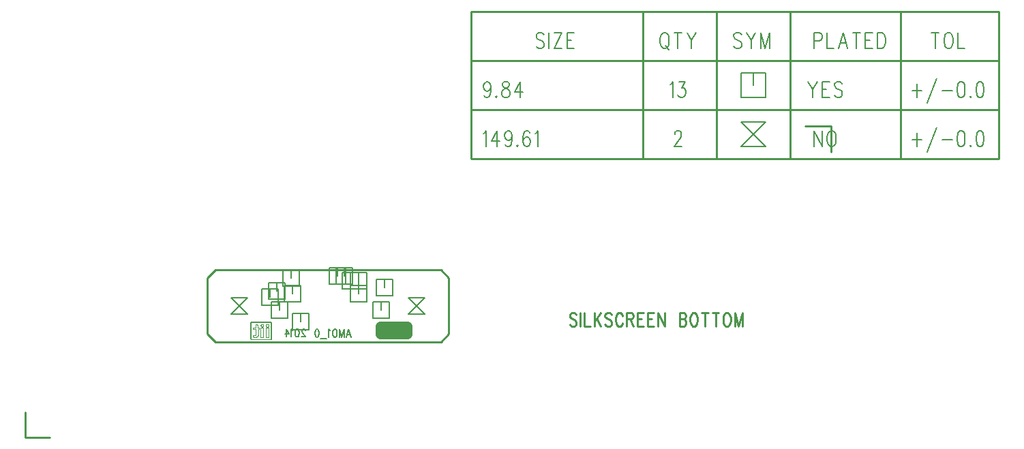
<source format=gbr>
*
*
G04 PADS 9.5 Build Number: 522968 generated Gerber (RS-274-X) file*
G04 PC Version=2.1*
*
%IN "AMO1.pcb"*%
*
%MOIN*%
*
%FSLAX35Y35*%
*
*
*
*
G04 PC Standard Apertures*
*
*
G04 Thermal Relief Aperture macro.*
%AMTER*
1,1,$1,0,0*
1,0,$1-$2,0,0*
21,0,$3,$4,0,0,45*
21,0,$3,$4,0,0,135*
%
*
*
G04 Annular Aperture macro.*
%AMANN*
1,1,$1,0,0*
1,0,$2,0,0*
%
*
*
G04 Odd Aperture macro.*
%AMODD*
1,1,$1,0,0*
1,0,$1-0.005,0,0*
%
*
*
G04 PC Custom Aperture Macros*
*
*
*
*
*
*
G04 PC Aperture Table*
*
%ADD011C,0.01*%
%ADD015C,0.00591*%
%ADD016C,0.008*%
%ADD033C,0.001*%
%ADD085C,0.00472*%
%ADD086C,0.05118*%
*
*
*
*
G04 PC Circuitry*
G04 Layer Name AMO1.pcb - circuitry*
%LPD*%
*
*
G04 PC Custom Flashes*
G04 Layer Name AMO1.pcb - flashes*
%LPD*%
*
*
G04 PC Circuitry*
G04 Layer Name AMO1.pcb - circuitry*
%LPD*%
*
G54D11*
G01X1844595Y1635317D02*
X1844141Y1635942D01*
X1843459Y1636255*
X1842550*
X1841868Y1635942*
X1841413Y1635317*
Y1634692*
X1841641Y1634067*
X1841868Y1633755*
X1842322Y1633442*
X1843686Y1632817*
X1844141Y1632505*
X1844368Y1632192*
X1844595Y1631567*
Y1630630*
X1844141Y1630005*
X1843459Y1629692*
X1842550*
X1841868Y1630005*
X1841413Y1630630*
X1846641Y1636255D02*
Y1629692D01*
X1848686Y1636255D02*
Y1629692D01*
X1851413*
X1853459Y1636255D02*
Y1629692D01*
X1856641Y1636255D02*
X1853459Y1631880D01*
X1854595Y1633442D02*
X1856641Y1629692D01*
X1861868Y1635317D02*
X1861413Y1635942D01*
X1860732Y1636255*
X1859822*
X1859141Y1635942*
X1858686Y1635317*
Y1634692*
X1858913Y1634067*
X1859141Y1633755*
X1859595Y1633442*
X1860959Y1632817*
X1861413Y1632505*
X1861641Y1632192*
X1861868Y1631567*
Y1630630*
X1861413Y1630005*
X1860732Y1629692*
X1859822*
X1859141Y1630005*
X1858686Y1630630*
X1867322Y1634692D02*
X1867095Y1635317D01*
X1866641Y1635942*
X1866186Y1636255*
X1865277*
X1864822Y1635942*
X1864368Y1635317*
X1864141Y1634692*
X1863913Y1633755*
Y1632192*
X1864141Y1631255*
X1864368Y1630630*
X1864822Y1630005*
X1865277Y1629692*
X1866186*
X1866641Y1630005*
X1867095Y1630630*
X1867322Y1631255*
X1869368Y1636255D02*
Y1629692D01*
Y1636255D02*
X1871413D01*
X1872095Y1635942*
X1872322Y1635630*
X1872550Y1635005*
Y1634380*
X1872322Y1633755*
X1872095Y1633442*
X1871413Y1633130*
X1869368*
X1870959D02*
X1872550Y1629692D01*
X1874595Y1636255D02*
Y1629692D01*
Y1636255D02*
X1877550D01*
X1874595Y1633130D02*
X1876413D01*
X1874595Y1629692D02*
X1877550D01*
X1879595Y1636255D02*
Y1629692D01*
Y1636255D02*
X1882550D01*
X1879595Y1633130D02*
X1881413D01*
X1879595Y1629692D02*
X1882550D01*
X1884595Y1636255D02*
Y1629692D01*
Y1636255D02*
X1887777Y1629692D01*
Y1636255D02*
Y1629692D01*
X1895050Y1636255D02*
Y1629692D01*
Y1636255D02*
X1897095D01*
X1897777Y1635942*
X1898004Y1635630*
X1898232Y1635005*
Y1634380*
X1898004Y1633755*
X1897777Y1633442*
X1897095Y1633130*
X1895050D02*
X1897095D01*
X1897777Y1632817*
X1898004Y1632505*
X1898232Y1631880*
Y1630942*
X1898004Y1630317*
X1897777Y1630005*
X1897095Y1629692*
X1895050*
X1901641Y1636255D02*
X1901186Y1635942D01*
X1900732Y1635317*
X1900504Y1634692*
X1900277Y1633755*
Y1632192*
X1900504Y1631255*
X1900732Y1630630*
X1901186Y1630005*
X1901641Y1629692*
X1902550*
X1903004Y1630005*
X1903459Y1630630*
X1903686Y1631255*
X1903913Y1632192*
Y1633755*
X1903686Y1634692*
X1903459Y1635317*
X1903004Y1635942*
X1902550Y1636255*
X1901641*
X1907550D02*
Y1629692D01*
X1905959Y1636255D02*
X1909141D01*
X1912777D02*
Y1629692D01*
X1911186Y1636255D02*
X1914368D01*
X1917777D02*
X1917322Y1635942D01*
X1916868Y1635317*
X1916641Y1634692*
X1916413Y1633755*
Y1632192*
X1916641Y1631255*
X1916868Y1630630*
X1917322Y1630005*
X1917777Y1629692*
X1918686*
X1919141Y1630005*
X1919595Y1630630*
X1919822Y1631255*
X1920050Y1632192*
Y1633755*
X1919822Y1634692*
X1919595Y1635317*
X1919141Y1635942*
X1918686Y1636255*
X1917777*
X1922095D02*
Y1629692D01*
Y1636255D02*
X1923913Y1629692D01*
X1925732Y1636255D02*
X1923913Y1629692D01*
X1925732Y1636255D02*
Y1629692D01*
X1778421Y1657251D02*
X1668185D01*
X1664248Y1653314*
Y1625755*
X1668185Y1621818*
X1778421*
X1782358Y1625755*
Y1653314*
X1778421Y1657251*
X1575303Y1587703D02*
Y1575303D01*
X1587303*
X1956603Y1727503D02*
X1969203D01*
Y1714903*
X1793303Y1783503D02*
X2051303D01*
X1793303Y1759503D02*
X2051303D01*
X1793303Y1735503D02*
X2051303D01*
X1793303Y1711503D02*
X2051303D01*
X1793303Y1783503D02*
Y1711503D01*
X1877303Y1783503D02*
Y1711503D01*
X1913303Y1783503D02*
Y1711503D01*
X1949303Y1783503D02*
Y1711503D01*
X2003303Y1783503D02*
Y1711503D01*
X2051303Y1783503D02*
Y1711503D01*
G54D15*
X1733329Y1628179D02*
X1734403Y1624303D01*
X1733329Y1628179D02*
X1732256Y1624303D01*
X1734001Y1625595D02*
X1732658D01*
X1731048Y1628179D02*
Y1624303D01*
Y1628179D02*
X1729974Y1624303D01*
X1728900Y1628179D02*
X1729974Y1624303D01*
X1728900Y1628179D02*
Y1624303D01*
X1726887Y1628179D02*
X1727155Y1627994D01*
X1727424Y1627625*
X1727558Y1627256*
X1727692Y1626702*
Y1625780*
X1727558Y1625226*
X1727424Y1624857*
X1727155Y1624488*
X1726887Y1624303*
X1726350*
X1726082Y1624488*
X1725813Y1624857*
X1725679Y1625226*
X1725545Y1625780*
Y1626702*
X1725679Y1627256*
X1725813Y1627625*
X1726082Y1627994*
X1726350Y1628179*
X1726887*
X1724337Y1627440D02*
X1724069Y1627625D01*
X1723666Y1628179*
Y1624303*
X1722458Y1623565D02*
X1719639D01*
X1718029Y1628179D02*
X1718431Y1627994D01*
X1718700Y1627440*
X1718834Y1626518*
Y1625964*
X1718700Y1625041*
X1718431Y1624488*
X1718029Y1624303*
X1717760*
X1717358Y1624488*
X1717089Y1625041*
X1716955Y1625964*
Y1626518*
X1717089Y1627440*
X1717358Y1627994*
X1717760Y1628179*
X1718029*
X1712069Y1627456D02*
Y1627640D01*
X1711935Y1628010*
X1711801Y1628194*
X1711801D02*
X1711532Y1628379D01*
X1710995*
X1710727Y1628194*
X1710593Y1628010*
X1710458Y1627640*
Y1627271*
X1710593Y1626902*
X1710861Y1626349*
X1712203Y1624503*
X1710324*
X1708311Y1628379D02*
X1708714Y1628194D01*
X1708982Y1627640*
X1709116Y1626718*
Y1626164*
X1708982Y1625241*
X1708714Y1624688*
X1708311Y1624503*
X1708042*
X1707640Y1624688*
X1707371Y1625241*
X1707237Y1626164*
Y1626718*
X1707371Y1627640*
X1707640Y1628194*
X1708042Y1628379*
X1708311*
X1706029Y1627640D02*
X1705761Y1627825D01*
X1705358Y1628379*
Y1624503*
X1702808Y1628379D02*
X1704150Y1625795D01*
X1702137*
X1702808Y1628379D02*
Y1624503D01*
G54D16*
X1675996Y1635535D02*
X1683996D01*
X1675996Y1643535*
X1683996*
X1675996Y1635535*
X1762610D02*
X1770610D01*
X1762610Y1643535*
X1770610*
X1762610Y1635535*
X1695681Y1633566D02*
X1703681D01*
Y1641566*
X1695681*
Y1633566*
X1699681Y1637566D02*
Y1641566D01*
X1705917Y1628054D02*
X1713917D01*
Y1636054*
X1705917*
Y1628054*
X1709917Y1632054D02*
Y1636054D01*
X1745287Y1633566D02*
X1753287D01*
Y1641566*
X1745287*
Y1633566*
X1749287Y1637566D02*
Y1641566D01*
X1694106Y1643015D02*
X1702106D01*
Y1651015*
X1694106*
Y1643015*
X1698106Y1647015D02*
Y1651015D01*
X1690957Y1639865D02*
X1698957D01*
Y1647865*
X1690957*
Y1639865*
X1694957Y1643865D02*
Y1647865D01*
X1701980Y1641440D02*
X1709980D01*
Y1649440*
X1701980*
Y1641440*
X1705980Y1645440D02*
Y1649440D01*
X1734264Y1641440D02*
X1742264D01*
Y1649440*
X1734264*
Y1641440*
X1738264Y1645440D02*
Y1649440D01*
X1746862Y1644590D02*
X1754862D01*
Y1652590*
X1746862*
Y1644590*
X1750862Y1648590D02*
Y1652590D01*
X1701193Y1649314D02*
X1709193D01*
Y1657314*
X1701193*
Y1649314*
X1705193Y1653314D02*
Y1657314D01*
X1724028Y1650102D02*
X1732028D01*
Y1658102*
X1724028*
Y1650102*
X1728028Y1654102D02*
Y1658102D01*
X1734264Y1647739D02*
X1742264D01*
Y1655739*
X1734264*
Y1647739*
X1738264Y1651739D02*
Y1655739D01*
X1730327Y1647739D02*
X1738327D01*
Y1655739*
X1730327*
Y1647739*
X1734327Y1651739D02*
Y1655739D01*
X1727177Y1650102D02*
X1735177D01*
Y1658102*
X1727177*
Y1650102*
X1731177Y1654102D02*
Y1658102D01*
X1828903Y1772253D02*
X1828358Y1773003D01*
X1827540Y1773378*
X1826449*
X1825630Y1773003*
X1825085Y1772253*
Y1771503*
X1825358Y1770753*
X1825630Y1770378*
X1826176Y1770003*
X1827812Y1769253*
X1828358Y1768878*
X1828630Y1768503*
X1828903Y1767753*
Y1766628*
X1828358Y1765878*
X1827540Y1765503*
X1826449*
X1825630Y1765878*
X1825085Y1766628*
X1831358Y1773378D02*
Y1765503D01*
X1837630Y1773378D02*
X1833812Y1765503D01*
Y1773378D02*
X1837630D01*
X1833812Y1765503D02*
X1837630D01*
X1840085Y1773378D02*
Y1765503D01*
Y1773378D02*
X1843630D01*
X1840085Y1769628D02*
X1842267D01*
X1840085Y1765503D02*
X1843630D01*
X1887267Y1773378D02*
X1886721Y1773003D01*
X1886176Y1772253*
X1885903Y1771503*
X1885630Y1770378*
Y1768503*
X1885903Y1767378*
X1886176Y1766628*
X1886721Y1765878*
X1887267Y1765503*
X1888358*
X1888903Y1765878*
X1889449Y1766628*
X1889721Y1767378*
X1889994Y1768503*
Y1770378*
X1889721Y1771503*
X1889449Y1772253*
X1888903Y1773003*
X1888358Y1773378*
X1887267*
X1888085Y1767003D02*
X1889721Y1764753D01*
X1894358Y1773378D02*
Y1765503D01*
X1892449Y1773378D02*
X1896267D01*
X1898721D02*
X1900903Y1769628D01*
Y1765503*
X1903085Y1773378D02*
X1900903Y1769628D01*
X1925449Y1772253D02*
X1924903Y1773003D01*
X1924085Y1773378*
X1922994*
X1922176Y1773003*
X1921630Y1772253*
Y1771503*
X1921903Y1770753*
X1922176Y1770378*
X1922721Y1770003*
X1924358Y1769253*
X1924903Y1768878*
X1925176Y1768503*
X1925449Y1767753*
Y1766628*
X1924903Y1765878*
X1924085Y1765503*
X1922994*
X1922176Y1765878*
X1921630Y1766628*
X1927903Y1773378D02*
X1930085Y1769628D01*
Y1765503*
X1932267Y1773378D02*
X1930085Y1769628D01*
X1934721Y1773378D02*
Y1765503D01*
Y1773378D02*
X1936903Y1765503D01*
X1939085Y1773378D02*
X1936903Y1765503D01*
X1939085Y1773378D02*
Y1765503D01*
X1960903Y1773378D02*
Y1765503D01*
Y1773378D02*
X1963358D01*
X1964176Y1773003*
X1964449Y1772628*
X1964721Y1771878*
Y1770753*
X1964449Y1770003*
X1964176Y1769628*
X1963358Y1769253*
X1960903*
X1967176Y1773378D02*
Y1765503D01*
X1970449*
X1975085Y1773378D02*
X1972903Y1765503D01*
X1975085Y1773378D02*
X1977267Y1765503D01*
X1973721Y1768128D02*
X1976449D01*
X1981630Y1773378D02*
Y1765503D01*
X1979721Y1773378D02*
X1983540D01*
X1985994D02*
Y1765503D01*
Y1773378D02*
X1989540D01*
X1985994Y1769628D02*
X1988176D01*
X1985994Y1765503D02*
X1989540D01*
X1991994Y1773378D02*
Y1765503D01*
Y1773378D02*
X1993903D01*
X1994721Y1773003*
X1995267Y1772253*
X1995540Y1771503*
X1995812Y1770378*
Y1768503*
X1995540Y1767378*
X1995267Y1766628*
X1994721Y1765878*
X1993903Y1765503*
X1991994*
X2020085Y1773378D02*
Y1765503D01*
X2018176Y1773378D02*
X2021994D01*
X2026085D02*
X2025540Y1773003D01*
X2024994Y1772253*
X2024721Y1771503*
X2024449Y1770378*
Y1768503*
X2024721Y1767378*
X2024994Y1766628*
X2025540Y1765878*
X2026085Y1765503*
X2027176*
X2027721Y1765878*
X2028267Y1766628*
X2028540Y1767378*
X2028812Y1768503*
Y1770378*
X2028540Y1771503*
X2028267Y1772253*
X2027721Y1773003*
X2027176Y1773378*
X2026085*
X2031267D02*
Y1765503D01*
X2034540*
X1802849Y1746753D02*
X1802576Y1745628D01*
X1802030Y1744878*
X1801212Y1744503*
X1800940*
X1800121Y1744878*
X1799576Y1745628*
X1799303Y1746753*
Y1747128*
X1799576Y1748253*
X1800121Y1749003*
X1800940Y1749378*
X1801212*
X1802030Y1749003*
X1802576Y1748253*
X1802849Y1746753*
Y1744878*
X1802576Y1743003*
X1802030Y1741878*
X1801212Y1741503*
X1800667*
X1799849Y1741878*
X1799576Y1742628*
X1805576Y1742253D02*
X1805303Y1741878D01*
X1805576Y1741503*
X1805849Y1741878*
X1805576Y1742253*
X1809667Y1749378D02*
X1808849Y1749003D01*
X1808576Y1748253*
Y1747503*
X1808849Y1746753*
X1809394Y1746378*
X1810485Y1746003*
X1811303Y1745628*
X1811849Y1744878*
X1812121Y1744128*
Y1743003*
X1811849Y1742253*
X1811576Y1741878*
X1810758Y1741503*
X1809667*
X1808849Y1741878*
X1808576Y1742253*
X1808303Y1743003*
Y1744128*
X1808576Y1744878*
X1809121Y1745628*
X1809940Y1746003*
X1811030Y1746378*
X1811576Y1746753*
X1811849Y1747503*
Y1748253*
X1811576Y1749003*
X1810758Y1749378*
X1809667*
X1817303D02*
X1814576Y1744128D01*
X1818667*
X1817303Y1749378D02*
Y1741503D01*
X1890540Y1747878D02*
X1891085Y1748253D01*
X1891903Y1749378*
Y1741503*
X1894903Y1749378D02*
X1897903D01*
X1896267Y1746378*
X1897085*
X1897630Y1746003*
X1897903Y1745628*
X1898176Y1744503*
Y1743753*
X1897903Y1742628*
X1897358Y1741878*
X1896540Y1741503*
X1895721*
X1894903Y1741878*
X1894630Y1742253*
X1894358Y1743003*
X1925303Y1741503D02*
X1937303D01*
Y1753503*
X1925303*
Y1741503*
X1931303Y1747503D02*
Y1753503D01*
X1958040Y1749378D02*
X1960221Y1745628D01*
Y1741503*
X1962403Y1749378D02*
X1960221Y1745628D01*
X1964858Y1749378D02*
Y1741503D01*
Y1749378D02*
X1968403D01*
X1964858Y1745628D02*
X1967040D01*
X1964858Y1741503D02*
X1968403D01*
X1974676Y1748253D02*
X1974130Y1749003D01*
X1973312Y1749378*
X1972221*
X1971403Y1749003*
X1970858Y1748253*
Y1747503*
X1971130Y1746753*
X1971403Y1746378*
X1971949Y1746003*
X1973585Y1745253*
X1974130Y1744878*
X1974403Y1744503*
X1974676Y1743753*
Y1742628*
X1974130Y1741878*
X1973312Y1741503*
X1972221*
X1971403Y1741878*
X1970858Y1742628*
X2011221Y1748253D02*
Y1741503D01*
X2008767Y1744878D02*
X2013676D01*
X2021040Y1750878D02*
X2016130Y1738878D01*
X2023494Y1744878D02*
X2028403D01*
X2032494Y1749378D02*
X2031676Y1749003D01*
X2031130Y1747878*
X2030858Y1746003*
Y1744878*
X2031130Y1743003*
X2031676Y1741878*
X2032494Y1741503*
X2033040*
X2033858Y1741878*
X2034403Y1743003*
X2034676Y1744878*
Y1746003*
X2034403Y1747878*
X2033858Y1749003*
X2033040Y1749378*
X2032494*
X2037403Y1742253D02*
X2037130Y1741878D01*
X2037403Y1741503*
X2037676Y1741878*
X2037403Y1742253*
X2041767Y1749378D02*
X2040949Y1749003D01*
X2040403Y1747878*
X2040130Y1746003*
Y1744878*
X2040403Y1743003*
X2040949Y1741878*
X2041767Y1741503*
X2042312*
X2043130Y1741878*
X2043676Y1743003*
X2043949Y1744878*
Y1746003*
X2043676Y1747878*
X2043130Y1749003*
X2042312Y1749378*
X2041767*
X1799303Y1723878D02*
X1799849Y1724253D01*
X1800667Y1725378*
Y1717503*
X1805849Y1725378D02*
X1803121Y1720128D01*
X1807212*
X1805849Y1725378D02*
Y1717503D01*
X1813212Y1722753D02*
X1812940Y1721628D01*
X1812394Y1720878*
X1811576Y1720503*
X1811303*
X1810485Y1720878*
X1809940Y1721628*
X1809667Y1722753*
Y1723128*
X1809940Y1724253*
X1810485Y1725003*
X1811303Y1725378*
X1811576*
X1812394Y1725003*
X1812940Y1724253*
X1813212Y1722753*
Y1720878*
X1812940Y1719003*
X1812394Y1717878*
X1811576Y1717503*
X1811030*
X1810212Y1717878*
X1809940Y1718628*
X1815940Y1718253D02*
X1815667Y1717878D01*
X1815940Y1717503*
X1816212Y1717878*
X1815940Y1718253*
X1821940Y1724253D02*
X1821667Y1725003D01*
X1820849Y1725378*
X1820303*
X1819485Y1725003*
X1818940Y1723878*
X1818667Y1722003*
Y1720128*
X1818940Y1718628*
X1819485Y1717878*
X1820303Y1717503*
X1820576*
X1821394Y1717878*
X1821940Y1718628*
X1822212Y1719753*
Y1720128*
X1821940Y1721253*
X1821394Y1722003*
X1820576Y1722378*
X1820303*
X1819485Y1722003*
X1818940Y1721253*
X1818667Y1720128*
X1824667Y1723878D02*
X1825212Y1724253D01*
X1826030Y1725378*
Y1717503*
X1892721Y1723503D02*
Y1723878D01*
X1892994Y1724628*
X1893267Y1725003*
X1893812Y1725378*
X1894903*
X1895449Y1725003*
X1895721Y1724628*
X1895994Y1723878*
Y1723128*
X1895721Y1722378*
X1895176Y1721253*
X1892449Y1717503*
X1896267*
X1925303D02*
X1937303D01*
X1925303Y1729503*
X1937303*
X1925303Y1717503*
X1961040Y1725378D02*
Y1717503D01*
Y1725378D02*
X1964858Y1717503D01*
Y1725378D02*
Y1717503D01*
X1968949Y1725378D02*
X1968403Y1725003D01*
X1967858Y1724253*
X1967585Y1723503*
X1967312Y1722378*
Y1720503*
X1967585Y1719378*
X1967858Y1718628*
X1968403Y1717878*
X1968949Y1717503*
X1970040*
X1970585Y1717878*
X1971130Y1718628*
X1971403Y1719378*
X1971676Y1720503*
Y1722378*
X1971403Y1723503*
X1971130Y1724253*
X1970585Y1725003*
X1970040Y1725378*
X1968949*
X2011221Y1724253D02*
Y1717503D01*
X2008767Y1720878D02*
X2013676D01*
X2021040Y1726878D02*
X2016130Y1714878D01*
X2023494Y1720878D02*
X2028403D01*
X2032494Y1725378D02*
X2031676Y1725003D01*
X2031130Y1723878*
X2030858Y1722003*
Y1720878*
X2031130Y1719003*
X2031676Y1717878*
X2032494Y1717503*
X2033040*
X2033858Y1717878*
X2034403Y1719003*
X2034676Y1720878*
Y1722003*
X2034403Y1723878*
X2033858Y1725003*
X2033040Y1725378*
X2032494*
X2037403Y1718253D02*
X2037130Y1717878D01*
X2037403Y1717503*
X2037676Y1717878*
X2037403Y1718253*
X2041767Y1725378D02*
X2040949Y1725003D01*
X2040403Y1723878*
X2040130Y1722003*
Y1720878*
X2040403Y1719003*
X2040949Y1717878*
X2041767Y1717503*
X2042312*
X2043130Y1717878*
X2043676Y1719003*
X2043949Y1720878*
Y1722003*
X2043676Y1723878*
X2043130Y1725003*
X2042312Y1725378*
X2041767*
G54D33*
G54D85*
X1685803Y1631803D02*
Y1631793D01*
X1685762*
Y1631784*
X1685715*
Y1631775*
X1685677*
Y1631765*
X1685649*
Y1631756*
X1685630*
Y1631746*
X1685602*
Y1631737*
X1685583*
Y1631728*
X1685565*
Y1631718*
X1685546*
Y1631709*
X1685536*
Y1631699*
X1685517*
Y1631690*
X1685499*
Y1631681*
X1685489*
Y1631671*
X1685480*
Y1631662*
X1685461*
Y1631652*
X1685452*
Y1631643*
X1685442*
Y1631633*
X1685433*
Y1631624*
X1685423*
Y1631615*
X1685414*
Y1631605*
X1685405*
Y1631596*
X1685395*
Y1631586*
X1685386*
Y1631577*
X1685376*
Y1631568*
X1685367*
Y1631549*
X1685358*
Y1631539*
X1685348*
Y1631521*
X1685339*
Y1631511*
X1685329*
Y1631492*
X1685320*
Y1631474*
X1685311*
Y1631455*
X1685301*
Y1631436*
X1685292*
Y1631408*
X1685282*
Y1631380*
X1685282D02*
X1685273D01*
X1685273D02*
Y1631342D01*
X1685264*
Y1623704*
X1685273*
Y1623666*
X1685282*
Y1623638*
X1685292*
Y1623609*
X1685301*
Y1623591*
X1685311*
Y1623572*
X1685320*
Y1623553*
X1685329*
Y1623534*
X1685339*
Y1623525*
X1685348*
Y1623506*
X1685358*
Y1623497*
X1685367*
Y1623478*
X1685376*
Y1623468*
X1685386*
Y1623459*
X1685395*
Y1623450*
X1685405*
Y1623440*
X1685414*
Y1623431*
X1685423*
Y1623421*
X1685433*
Y1623412*
X1685442*
Y1623403*
X1685452*
Y1623393*
X1685461*
Y1623384*
X1685480*
Y1623374*
X1685489*
Y1623365*
X1685499*
Y1623355*
X1685517*
Y1623346*
X1685536*
Y1623337*
X1685546*
Y1623327*
X1685565*
Y1623318*
X1685583*
Y1623308*
X1685602*
Y1623299*
X1685630*
Y1623290*
X1685649*
Y1623280*
X1685687*
Y1623271*
X1685771*
Y1623261*
X1695489*
Y1631332*
X1695479*
Y1631380*
X1695479D02*
X1695470D01*
X1695470D02*
Y1631408D01*
X1695461*
Y1631436*
X1695451*
Y1631455*
X1695442*
Y1631474*
X1695432*
Y1631492*
X1695423*
Y1631511*
X1695413*
Y1631521*
X1695404*
Y1631539*
X1695395*
Y1631549*
X1695385*
Y1631558*
X1695376*
Y1631577*
X1695366*
Y1631586*
X1695357*
Y1631596*
X1695348*
Y1631605*
X1695338*
Y1631615*
X1695329*
Y1631624*
X1695319*
Y1631633*
X1695310*
Y1631643*
X1695301*
Y1631652*
X1695291*
Y1631662*
X1695272*
Y1631671*
X1695263*
Y1631681*
X1695244*
Y1631690*
X1695235*
Y1631699*
X1695216*
Y1631709*
X1695207*
Y1631718*
X1695188*
Y1631728*
X1695169*
Y1631737*
X1695150*
Y1631746*
X1695122*
Y1631756*
X1695103*
Y1631765*
X1695065*
Y1631775*
X1695037*
Y1631784*
X1694990*
Y1631793*
X1694950*
Y1631803*
X1685803*
X1685800Y1631671D02*
X1694953D01*
Y1631662*
X1695000*
Y1631652*
X1695037*
Y1631643*
X1695065*
Y1631633*
X1695084*
Y1631624*
X1695112*
Y1631615*
X1695122*
Y1631605*
X1695141*
Y1631596*
X1695159*
Y1631586*
X1695169*
Y1631577*
X1695188*
Y1631568*
X1695197*
Y1631558*
X1695207*
Y1631549*
X1695225*
Y1631539*
X1695235*
Y1631530*
X1695244*
Y1631521*
X1695254*
Y1631511*
X1695263*
Y1631502*
X1695272*
Y1631483*
X1695282*
Y1631474*
X1695291*
Y1631464*
X1695301*
Y1631445*
X1695310*
Y1631436*
X1695319*
Y1631417*
X1695329*
Y1631398*
X1695338*
Y1631370*
X1695348*
Y1631342*
X1695357*
Y1631304*
X1695366*
Y1623374*
X1685800*
Y1623384*
X1685753*
Y1623393*
X1685715*
Y1623403*
X1685687*
Y1623412*
X1685668*
Y1623421*
X1685640*
Y1623431*
X1685621*
Y1623440*
X1685612*
Y1623450*
X1685593*
Y1623459*
X1685574*
Y1623468*
X1685565*
Y1623478*
X1685555*
Y1623487*
X1685536*
Y1623497*
X1685527*
Y1623506*
X1685517*
Y1623515*
X1685508*
Y1623525*
X1685499*
Y1623534*
X1685489*
Y1623544*
X1685480*
Y1623562*
X1685470*
Y1623572*
X1685461*
Y1623581*
X1685452*
Y1623600*
X1685442*
Y1623609*
X1685433*
Y1623628*
X1685423*
Y1623647*
X1685414*
Y1623675*
X1685405*
Y1623704*
X1685395*
Y1623741*
X1685386*
Y1631304*
X1685395*
Y1631342*
X1685405*
Y1631370*
X1685414*
Y1631398*
X1685423*
Y1631417*
X1685433*
Y1631436*
X1685442*
Y1631445*
X1685452*
Y1631464*
X1685461*
Y1631474*
X1685470*
Y1631483*
X1685480*
Y1631502*
X1685489*
Y1631511*
X1685499*
Y1631521*
X1685508*
Y1631530*
X1685517*
Y1631539*
X1685527*
Y1631549*
X1685536*
Y1631558*
X1685555*
Y1631568*
X1685565*
Y1631577*
X1685574*
Y1631586*
X1685593*
Y1631596*
X1685612*
Y1631605*
X1685621*
Y1631615*
X1685640*
Y1631624*
X1685668*
Y1631633*
X1685687*
Y1631643*
X1685715*
Y1631652*
X1685753*
Y1631662*
X1685800*
Y1631671*
X1693353Y1630730D02*
Y1630721D01*
X1693306*
Y1630712*
X1693269*
Y1630702*
X1693240*
X1693240D02*
Y1630693D01*
X1693240D02*
X1693222D01*
Y1630683*
X1693193*
Y1630674*
X1693175*
Y1630665*
X1693156*
Y1630655*
X1693137*
Y1630646*
X1693118*
Y1630636*
X1693109*
Y1630627*
X1693090*
Y1630618*
X1693081*
Y1630608*
X1693071*
Y1630599*
X1693052*
Y1630589*
X1693043*
Y1630580*
X1693034*
Y1630571*
X1693024*
Y1630561*
X1693015*
Y1630552*
X1693005*
Y1630542*
X1692996*
Y1630533*
X1692987*
Y1630523*
X1692977*
Y1630514*
X1692968*
Y1630505*
X1692958*
Y1630495*
X1692949*
Y1630486*
X1692939*
Y1630476*
X1692930*
Y1630458*
X1692921*
Y1630448*
X1692911*
Y1630439*
X1692902*
Y1630420*
X1692892*
Y1630411*
X1692883*
Y1630392*
X1692874*
Y1630373*
X1692864*
Y1630354*
X1692855*
Y1630335*
X1692845*
Y1630317*
X1692836*
Y1630288*
X1692827*
Y1630260*
X1692817*
Y1630222*
X1692808*
Y1630175*
X1692798*
Y1630091*
X1692789*
Y1630006*
X1692798*
Y1629912*
X1692808*
Y1629865*
X1692817*
Y1629837*
X1692827*
Y1629809*
X1692836*
Y1629780*
X1692845*
Y1629762*
X1692855*
Y1629733*
X1692864*
Y1629714*
X1692874*
Y1629705*
X1692883*
Y1629686*
X1692892*
Y1629667*
X1692902*
Y1629658*
X1692911*
Y1629639*
X1692921*
Y1629630*
X1692930*
Y1629620*
X1692939*
Y1629602*
X1692949*
Y1629592*
X1692958*
Y1629583*
X1692968*
Y1629573*
X1692977*
Y1629564*
X1692987*
Y1629555*
X1692996*
Y1629545*
X1693005*
Y1629536*
X1693015*
Y1629526*
X1693024*
Y1629517*
X1693034*
Y1629508*
X1693052*
Y1629498*
X1693062*
Y1629489*
X1693071*
Y1629479*
X1693081*
Y1629470*
X1693099*
Y1629461*
X1693109*
Y1629451*
X1693128*
Y1629442*
X1693146*
Y1629432*
X1693165*
Y1629423*
X1693184*
Y1629413*
X1693203*
Y1629404*
X1693222*
Y1629395*
X1693250*
Y1629385*
X1693288*
Y1629376*
X1693325*
Y1629366*
X1693382*
Y1629357*
X1693560*
Y1629366*
X1693617*
Y1629376*
X1693664*
Y1629385*
X1693692*
Y1629395*
X1693720*
Y1629404*
X1693739*
Y1629413*
X1693758*
Y1629423*
X1693777*
Y1629432*
X1693795*
X1693795D02*
Y1629442D01*
X1693795D02*
X1693814D01*
Y1629451*
X1693833*
Y1629461*
X1693843*
Y1629470*
X1693861*
Y1629479*
X1693871*
Y1629489*
X1693880*
Y1629498*
X1693899*
Y1629508*
X1693908*
Y1629517*
X1693918*
Y1629526*
X1693927*
Y1629536*
X1693937*
Y1629545*
X1693946*
Y1629555*
X1693955*
Y1629564*
X1693965*
Y1629573*
X1693974*
Y1629583*
X1693984*
Y1629592*
X1693993*
Y1629602*
X1694002*
Y1629611*
X1694012*
Y1629630*
X1694021*
Y1629639*
X1694031*
Y1629649*
X1694040*
Y1629667*
X1694049*
Y1629677*
X1694059*
Y1629696*
X1694068*
Y1629714*
X1694078*
Y1629733*
X1694087*
Y1629752*
X1694097*
Y1629771*
X1694106*
Y1629790*
X1694115*
Y1629818*
X1694125*
Y1629856*
X1694134*
Y1629893*
X1694144*
Y1629950*
X1694153*
Y1630147*
X1694144*
Y1630204*
X1694134*
Y1630241*
X1694125*
Y1630269*
X1694125D02*
X1694115D01*
X1694115D02*
Y1630298D01*
X1694106*
Y1630326*
X1694097*
Y1630345*
X1694087*
Y1630364*
X1694078*
Y1630382*
X1694068*
Y1630401*
X1694059*
Y1630411*
X1694049*
Y1630429*
X1694040*
Y1630439*
X1694031*
Y1630458*
X1694021*
Y1630467*
X1694012*
Y1630476*
X1694002*
Y1630486*
X1693993*
Y1630495*
X1693984*
Y1630514*
X1693974*
Y1630523*
X1693965*
Y1630533*
X1693955*
Y1630542*
X1693946*
Y1630552*
X1693937*
Y1630561*
X1693927*
Y1630571*
X1693908*
Y1630580*
X1693899*
Y1630589*
X1693890*
Y1630599*
X1693880*
Y1630608*
X1693861*
Y1630618*
X1693852*
Y1630627*
X1693833*
Y1630636*
X1693824*
Y1630646*
X1693805*
Y1630655*
X1693786*
Y1630665*
X1693767*
Y1630674*
X1693748*
Y1630683*
X1693730*
Y1630693*
X1693701*
Y1630702*
X1693673*
Y1630712*
X1693636*
Y1630721*
X1693589*
Y1630730*
X1693353*
X1690908D02*
Y1630721D01*
X1690851*
Y1630712*
X1690814*
Y1630702*
X1690785*
Y1630693*
X1690767*
X1690767D02*
Y1630683D01*
X1690767D02*
X1690738D01*
Y1630674*
X1690719*
Y1630665*
X1690701*
Y1630655*
X1690682*
Y1630646*
X1690672*
Y1630636*
X1690654*
Y1630627*
X1690635*
Y1630618*
X1690625*
Y1630608*
X1690616*
Y1630599*
X1690597*
Y1630589*
X1690588*
Y1630580*
X1690578*
Y1630571*
X1690569*
Y1630561*
X1690560*
Y1630552*
X1690550*
Y1630542*
X1690541*
Y1630533*
X1690531*
Y1630523*
X1690522*
Y1630514*
X1690513*
Y1630505*
X1690503*
Y1630495*
X1690494*
Y1630486*
X1690484*
Y1630476*
X1690475*
Y1630458*
X1690465*
Y1630448*
X1690456*
Y1630429*
X1690447*
Y1630420*
X1690437*
Y1630401*
X1690428*
Y1630392*
X1690418*
Y1630373*
X1690409*
Y1630354*
X1690400*
Y1630335*
X1690390*
Y1630307*
X1690381*
Y1630288*
X1690371*
Y1630260*
X1690362*
Y1630222*
X1690353*
Y1630175*
X1690343*
Y1629921*
X1690353*
Y1629874*
X1690362*
Y1629837*
X1690371*
Y1629809*
X1690381*
Y1629780*
X1690390*
Y1629762*
X1690400*
Y1629743*
X1690409*
Y1629724*
X1690418*
Y1629705*
X1690428*
Y1629686*
X1690437*
Y1629667*
X1690447*
Y1629658*
X1690456*
Y1629649*
X1690465*
Y1629630*
X1690475*
Y1629620*
X1690484*
Y1629611*
X1690494*
Y1629592*
X1690503*
Y1629583*
X1690513*
Y1629573*
X1690522*
Y1629564*
X1690531*
Y1629555*
X1690541*
Y1629545*
X1690550*
Y1629536*
X1690560*
Y1629526*
X1690569*
Y1629517*
X1690578*
Y1629508*
X1690597*
Y1629498*
X1690607*
Y1629489*
X1690616*
Y1629479*
X1690635*
Y1629470*
X1690644*
Y1629461*
X1690663*
Y1629451*
X1690672*
Y1629442*
X1690691*
Y1629432*
X1690710*
Y1629423*
X1690729*
Y1629413*
X1690748*
Y1629404*
X1690776*
Y1629395*
X1690795*
Y1629385*
X1690832*
Y1629376*
X1690870*
Y1629366*
X1690926*
Y1629357*
X1691105*
Y1629366*
X1691171*
Y1629376*
X1691209*
Y1629385*
X1691237*
Y1629395*
X1691265*
Y1629404*
X1691284*
Y1629413*
X1691312*
Y1629423*
X1691331*
Y1629432*
X1691340*
Y1629442*
X1691359*
Y1629451*
X1691378*
Y1629461*
X1691387*
Y1629470*
X1691406*
Y1629479*
X1691416*
Y1629489*
X1691434*
Y1629498*
X1691444*
Y1629508*
X1691453*
Y1629517*
X1691463*
Y1629526*
X1691472*
Y1629536*
X1691481*
Y1629545*
X1691491*
Y1629555*
X1691500*
Y1629564*
X1691510*
Y1629573*
X1691519*
Y1629583*
X1691528*
Y1629592*
X1691538*
Y1629602*
X1691547*
Y1629611*
X1691557*
Y1629620*
X1691566*
Y1629639*
X1691575*
Y1629649*
X1691585*
Y1629667*
X1691594*
Y1629677*
X1691604*
Y1629696*
X1691613*
Y1629705*
X1691623*
Y1629724*
X1691632*
Y1629743*
X1691641*
Y1629771*
X1691651*
Y1629790*
X1691660*
Y1629818*
X1691670*
Y1629846*
X1691679*
Y1629884*
X1691688*
Y1629940*
X1691698*
Y1630157*
X1691688*
Y1630213*
X1691679*
Y1630251*
X1691670*
Y1630279*
X1691660*
Y1630307*
X1691651*
Y1630326*
X1691641*
Y1630345*
X1691632*
Y1630364*
X1691623*
Y1630382*
X1691613*
Y1630401*
X1691604*
Y1630411*
X1691594*
Y1630429*
X1691585*
Y1630439*
X1691575*
Y1630458*
X1691566*
Y1630467*
X1691557*
Y1630476*
X1691547*
Y1630495*
X1691538*
Y1630505*
X1691528*
Y1630514*
X1691519*
Y1630523*
X1691510*
Y1630533*
X1691500*
Y1630542*
X1691491*
Y1630552*
X1691481*
Y1630561*
X1691472*
Y1630571*
X1691463*
Y1630580*
X1691444*
Y1630589*
X1691434*
Y1630599*
X1691425*
Y1630608*
X1691406*
Y1630618*
X1691397*
Y1630627*
X1691378*
Y1630636*
X1691369*
Y1630646*
X1691350*
Y1630655*
X1691331*
Y1630665*
X1691312*
Y1630674*
X1691293*
Y1630683*
X1691274*
Y1630693*
X1691246*
Y1630702*
X1691218*
Y1630712*
X1691180*
Y1630721*
X1691133*
Y1630730*
X1690908*
X1690371Y1629018D02*
Y1624353D01*
X1691670*
Y1629018*
X1690371*
X1692827D02*
Y1624353D01*
X1694125*
Y1629018*
X1692827*
X1687822Y1630467D02*
Y1628924D01*
X1686599*
Y1628200*
X1687822*
Y1625717*
X1687813*
Y1625613*
X1687803*
Y1625547*
X1687794*
Y1625510*
X1687785*
Y1625472*
X1687775*
Y1625434*
X1687766*
Y1625406*
X1687756*
Y1625387*
X1687747*
Y1625369*
X1687738*
Y1625350*
X1687728*
Y1625331*
X1687719*
Y1625312*
X1687709*
Y1625303*
X1687700*
Y1625284*
X1687690*
Y1625274*
X1687681*
Y1625265*
X1687672*
Y1625256*
X1687662*
Y1625246*
X1687653*
Y1625237*
X1687643*
Y1625227*
X1687634*
Y1625218*
X1687615*
Y1625209*
X1687606*
Y1625199*
X1687587*
Y1625190*
X1687568*
Y1625180*
X1687549*
Y1625171*
X1687531*
Y1625162*
X1687502*
Y1625152*
X1687465*
Y1625143*
X1687427*
Y1625133*
X1687361*
Y1625124*
X1687079*
Y1625133*
X1686994*
Y1625143*
X1686929*
Y1625152*
X1686881*
Y1625162*
X1686834*
Y1625171*
X1686787*
Y1625180*
X1686750*
Y1625190*
X1686712*
Y1625199*
X1686684*
Y1625209*
X1686646*
Y1625218*
X1686637*
Y1624475*
X1686656*
Y1624465*
X1686675*
Y1624456*
X1686703*
Y1624447*
X1686731*
Y1624437*
X1686759*
Y1624428*
X1686787*
Y1624418*
X1686825*
Y1624409*
X1686863*
Y1624400*
X1686900*
Y1624390*
X1686947*
Y1624381*
X1686994*
Y1624371*
X1687041*
Y1624362*
X1687098*
Y1624353*
X1687173*
Y1624343*
X1687248*
Y1624334*
X1687342*
Y1624324*
X1687474*
Y1624315*
X1687907*
Y1624324*
X1687991*
Y1624334*
X1688048*
Y1624343*
X1688095*
Y1624353*
X1688133*
Y1624362*
X1688170*
Y1624371*
X1688198*
Y1624381*
X1688227*
Y1624390*
X1688255*
Y1624400*
X1688283*
Y1624409*
X1688302*
Y1624418*
X1688330*
Y1624428*
X1688349*
Y1624437*
X1688368*
Y1624447*
X1688387*
Y1624456*
X1688405*
Y1624465*
X1688424*
Y1624475*
X1688443*
Y1624484*
X1688462*
Y1624494*
X1688471*
Y1624503*
X1688490*
Y1624513*
X1688499*
Y1624522*
X1688518*
Y1624531*
X1688528*
Y1624541*
X1688546*
Y1624550*
X1688556*
Y1624560*
X1688575*
Y1624569*
X1688584*
Y1624578*
X1688594*
Y1624588*
X1688603*
Y1624597*
X1688622*
Y1624607*
X1688631*
Y1624616*
X1688641*
Y1624625*
X1688650*
Y1624635*
X1688659*
Y1624644*
X1688669*
Y1624654*
X1688678*
Y1624663*
X1688688*
Y1624672*
X1688697*
Y1624682*
X1688706*
Y1624691*
X1688716*
Y1624701*
X1688725*
Y1624710*
X1688735*
Y1624719*
X1688744*
Y1624729*
X1688753*
Y1624738*
X1688763*
Y1624748*
X1688772*
Y1624757*
X1688782*
Y1624776*
X1688791*
Y1624785*
X1688800*
Y1624795*
X1688810*
Y1624814*
X1688819*
Y1624823*
X1688829*
Y1624832*
X1688838*
Y1624851*
X1688848*
Y1624861*
X1688857*
Y1624879*
X1688866*
Y1624889*
X1688876*
Y1624908*
X1688885*
Y1624926*
X1688895*
Y1624936*
X1688904*
Y1624955*
X1688913*
Y1624973*
X1688923*
Y1624992*
X1688932*
Y1625011*
X1688942*
Y1625030*
X1688951*
Y1625049*
X1688960*
Y1625077*
X1688970*
Y1625096*
X1688979*
Y1625115*
X1688989*
Y1625143*
X1688998*
Y1625171*
X1689007*
Y1625199*
X1689017*
Y1625227*
X1689026*
Y1625256*
X1689036*
Y1625293*
X1689045*
Y1625331*
X1689054*
Y1625369*
X1689064*
Y1625416*
X1689073*
Y1625463*
X1689083*
Y1625519*
X1689092*
Y1625594*
X1689101*
Y1625698*
X1689111*
Y1628209*
X1689666*
Y1628911*
X1689064Y1628915*
Y1628934*
X1689054*
Y1628971*
X1689045*
Y1629009*
X1689036*
Y1629037*
X1689026*
Y1629075*
X1689017*
Y1629103*
X1689007*
Y1629141*
X1688998*
Y1629178*
X1688989*
Y1629207*
X1688979*
Y1629244*
X1688970*
Y1629272*
X1688960*
Y1629310*
X1688951*
Y1629348*
X1688942*
Y1629376*
X1688932*
Y1629413*
X1688923*
Y1629442*
X1688913*
Y1629479*
X1688904*
Y1629517*
X1688895*
Y1629545*
X1688885*
Y1629583*
X1688876*
Y1629611*
X1688866*
Y1629649*
X1688857*
Y1629686*
X1688848*
Y1629714*
X1688838*
Y1629752*
X1688829*
Y1629780*
X1688819*
Y1629818*
X1688810*
Y1629856*
X1688800*
Y1629884*
X1688791*
Y1629921*
X1688782*
Y1629950*
X1688772*
Y1629987*
X1688763*
Y1630025*
X1688753*
Y1630053*
X1688744*
Y1630091*
X1688735*
Y1630119*
X1688725*
Y1630157*
X1688716*
Y1630194*
X1688706*
Y1630222*
X1688697*
Y1630260*
X1688688*
Y1630298*
X1688678*
Y1630326*
X1688669*
Y1630364*
X1688659*
Y1630392*
X1688650*
Y1630429*
X1688641*
Y1630467*
X1687822*
G54D86*
X1748903Y1629603D02*
X1761803D01*
Y1626003*
X1748903*
Y1629603*
X0Y0D02*
M02*

</source>
